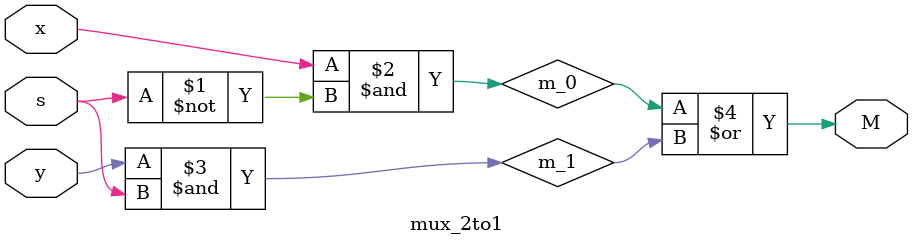
<source format=v>
module part2(SW, LEDR);
	
	input [5:0] SW;
	output [9:0] LEDR;
	
	wire s1,s0,u,v,w,x;
	wire m_0, m_1, m_2;
	
	assign s1 = SW[1];
	assign s0 = SW[0];
	assign u = SW[2];
	assign v = SW[3];
	assign w = SW[4];
	assign x = SW[5];
	
	mux_2to1 M2(v,x,s1,m_2);
	mux_2to1 M1(u,w,s1,m_1);
	mux_2to1 M0(m_1,m_2,s0,m_0);
	
	assign LEDR[0] = m_0;
	
	assign LEDR[9:1] = 9'b0;
	
	

endmodule 


module mux_2to1(x,y,s,M);
	
	input x,y,s;
	output M;
	
	wire m_0, m_1;
	
	assign m_0 = (x & ~s);
	assign m_1 = (y & s);
	
	assign M = (m_0 | m_1);

endmodule 
</source>
